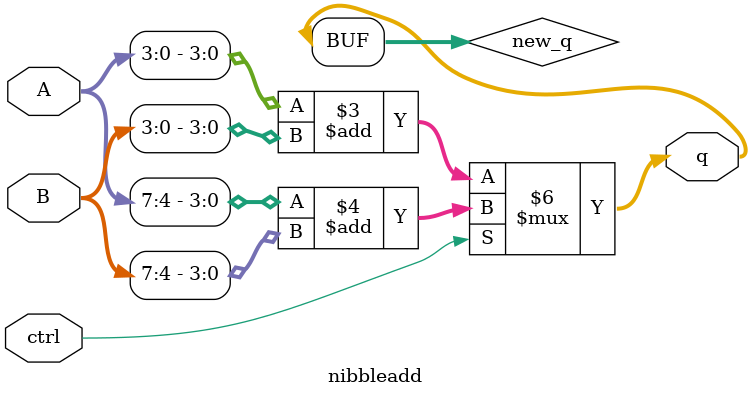
<source format=v>
`timescale 1ns / 1ps


module nibbleadd(
    input [7:0]A,
    input [7:0]B,
    input ctrl,
    output [4:0]q
);

//YOUR CODE HERE
reg[4:0]new_q;
assign q = new_q;

always @(A, B, ctrl) 
begin
    
    if (ctrl == 1'b0) 
    begin
        new_q = A[3:0] + B[3:0];
    end

    else
    begin
        new_q = A[7:4] + B[7:4];
    end

end



endmodule

</source>
